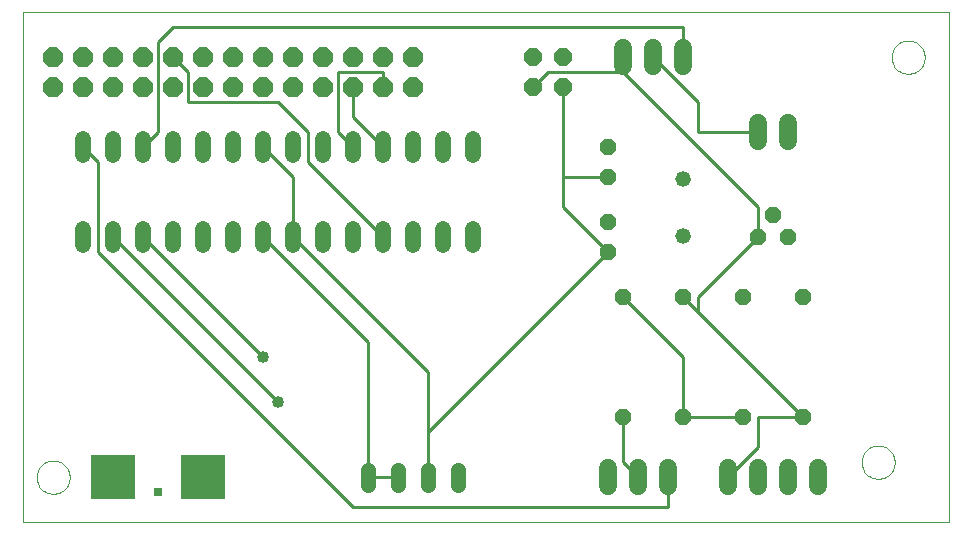
<source format=gtl>
G75*
%MOIN*%
%OFA0B0*%
%FSLAX24Y24*%
%IPPOS*%
%LPD*%
%AMOC8*
5,1,8,0,0,1.08239X$1,22.5*
%
%ADD10C,0.0000*%
%ADD11C,0.0520*%
%ADD12OC8,0.0660*%
%ADD13C,0.0520*%
%ADD14OC8,0.0520*%
%ADD15C,0.0600*%
%ADD16OC8,0.0600*%
%ADD17C,0.0515*%
%ADD18R,0.1500X0.1500*%
%ADD19R,0.0300X0.0300*%
%ADD20C,0.0100*%
%ADD21C,0.0400*%
D10*
X000100Y000100D02*
X000100Y017096D01*
X030970Y017096D01*
X030970Y000100D01*
X000100Y000100D01*
X000549Y001600D02*
X000551Y001647D01*
X000557Y001693D01*
X000567Y001739D01*
X000580Y001784D01*
X000598Y001827D01*
X000619Y001869D01*
X000643Y001909D01*
X000671Y001946D01*
X000702Y001981D01*
X000736Y002014D01*
X000772Y002043D01*
X000811Y002069D01*
X000852Y002092D01*
X000895Y002111D01*
X000939Y002127D01*
X000984Y002139D01*
X001030Y002147D01*
X001077Y002151D01*
X001123Y002151D01*
X001170Y002147D01*
X001216Y002139D01*
X001261Y002127D01*
X001305Y002111D01*
X001348Y002092D01*
X001389Y002069D01*
X001428Y002043D01*
X001464Y002014D01*
X001498Y001981D01*
X001529Y001946D01*
X001557Y001909D01*
X001581Y001869D01*
X001602Y001827D01*
X001620Y001784D01*
X001633Y001739D01*
X001643Y001693D01*
X001649Y001647D01*
X001651Y001600D01*
X001649Y001553D01*
X001643Y001507D01*
X001633Y001461D01*
X001620Y001416D01*
X001602Y001373D01*
X001581Y001331D01*
X001557Y001291D01*
X001529Y001254D01*
X001498Y001219D01*
X001464Y001186D01*
X001428Y001157D01*
X001389Y001131D01*
X001348Y001108D01*
X001305Y001089D01*
X001261Y001073D01*
X001216Y001061D01*
X001170Y001053D01*
X001123Y001049D01*
X001077Y001049D01*
X001030Y001053D01*
X000984Y001061D01*
X000939Y001073D01*
X000895Y001089D01*
X000852Y001108D01*
X000811Y001131D01*
X000772Y001157D01*
X000736Y001186D01*
X000702Y001219D01*
X000671Y001254D01*
X000643Y001291D01*
X000619Y001331D01*
X000598Y001373D01*
X000580Y001416D01*
X000567Y001461D01*
X000557Y001507D01*
X000551Y001553D01*
X000549Y001600D01*
X028049Y002100D02*
X028051Y002147D01*
X028057Y002193D01*
X028067Y002239D01*
X028080Y002284D01*
X028098Y002327D01*
X028119Y002369D01*
X028143Y002409D01*
X028171Y002446D01*
X028202Y002481D01*
X028236Y002514D01*
X028272Y002543D01*
X028311Y002569D01*
X028352Y002592D01*
X028395Y002611D01*
X028439Y002627D01*
X028484Y002639D01*
X028530Y002647D01*
X028577Y002651D01*
X028623Y002651D01*
X028670Y002647D01*
X028716Y002639D01*
X028761Y002627D01*
X028805Y002611D01*
X028848Y002592D01*
X028889Y002569D01*
X028928Y002543D01*
X028964Y002514D01*
X028998Y002481D01*
X029029Y002446D01*
X029057Y002409D01*
X029081Y002369D01*
X029102Y002327D01*
X029120Y002284D01*
X029133Y002239D01*
X029143Y002193D01*
X029149Y002147D01*
X029151Y002100D01*
X029149Y002053D01*
X029143Y002007D01*
X029133Y001961D01*
X029120Y001916D01*
X029102Y001873D01*
X029081Y001831D01*
X029057Y001791D01*
X029029Y001754D01*
X028998Y001719D01*
X028964Y001686D01*
X028928Y001657D01*
X028889Y001631D01*
X028848Y001608D01*
X028805Y001589D01*
X028761Y001573D01*
X028716Y001561D01*
X028670Y001553D01*
X028623Y001549D01*
X028577Y001549D01*
X028530Y001553D01*
X028484Y001561D01*
X028439Y001573D01*
X028395Y001589D01*
X028352Y001608D01*
X028311Y001631D01*
X028272Y001657D01*
X028236Y001686D01*
X028202Y001719D01*
X028171Y001754D01*
X028143Y001791D01*
X028119Y001831D01*
X028098Y001873D01*
X028080Y001916D01*
X028067Y001961D01*
X028057Y002007D01*
X028051Y002053D01*
X028049Y002100D01*
X029049Y015600D02*
X029051Y015647D01*
X029057Y015693D01*
X029067Y015739D01*
X029080Y015784D01*
X029098Y015827D01*
X029119Y015869D01*
X029143Y015909D01*
X029171Y015946D01*
X029202Y015981D01*
X029236Y016014D01*
X029272Y016043D01*
X029311Y016069D01*
X029352Y016092D01*
X029395Y016111D01*
X029439Y016127D01*
X029484Y016139D01*
X029530Y016147D01*
X029577Y016151D01*
X029623Y016151D01*
X029670Y016147D01*
X029716Y016139D01*
X029761Y016127D01*
X029805Y016111D01*
X029848Y016092D01*
X029889Y016069D01*
X029928Y016043D01*
X029964Y016014D01*
X029998Y015981D01*
X030029Y015946D01*
X030057Y015909D01*
X030081Y015869D01*
X030102Y015827D01*
X030120Y015784D01*
X030133Y015739D01*
X030143Y015693D01*
X030149Y015647D01*
X030151Y015600D01*
X030149Y015553D01*
X030143Y015507D01*
X030133Y015461D01*
X030120Y015416D01*
X030102Y015373D01*
X030081Y015331D01*
X030057Y015291D01*
X030029Y015254D01*
X029998Y015219D01*
X029964Y015186D01*
X029928Y015157D01*
X029889Y015131D01*
X029848Y015108D01*
X029805Y015089D01*
X029761Y015073D01*
X029716Y015061D01*
X029670Y015053D01*
X029623Y015049D01*
X029577Y015049D01*
X029530Y015053D01*
X029484Y015061D01*
X029439Y015073D01*
X029395Y015089D01*
X029352Y015108D01*
X029311Y015131D01*
X029272Y015157D01*
X029236Y015186D01*
X029202Y015219D01*
X029171Y015254D01*
X029143Y015291D01*
X029119Y015331D01*
X029098Y015373D01*
X029080Y015416D01*
X029067Y015461D01*
X029057Y015507D01*
X029051Y015553D01*
X029049Y015600D01*
D11*
X015100Y012860D02*
X015100Y012340D01*
X014100Y012340D02*
X014100Y012860D01*
X013100Y012860D02*
X013100Y012340D01*
X012100Y012340D02*
X012100Y012860D01*
X011100Y012860D02*
X011100Y012340D01*
X010100Y012340D02*
X010100Y012860D01*
X009100Y012860D02*
X009100Y012340D01*
X008100Y012340D02*
X008100Y012860D01*
X007100Y012860D02*
X007100Y012340D01*
X006100Y012340D02*
X006100Y012860D01*
X005100Y012860D02*
X005100Y012340D01*
X004100Y012340D02*
X004100Y012860D01*
X003100Y012860D02*
X003100Y012340D01*
X002100Y012340D02*
X002100Y012860D01*
X002100Y009860D02*
X002100Y009340D01*
X003100Y009340D02*
X003100Y009860D01*
X004100Y009860D02*
X004100Y009340D01*
X005100Y009340D02*
X005100Y009860D01*
X006100Y009860D02*
X006100Y009340D01*
X007100Y009340D02*
X007100Y009860D01*
X008100Y009860D02*
X008100Y009340D01*
X009100Y009340D02*
X009100Y009860D01*
X010100Y009860D02*
X010100Y009340D01*
X011100Y009340D02*
X011100Y009860D01*
X012100Y009860D02*
X012100Y009340D01*
X013100Y009340D02*
X013100Y009860D01*
X014100Y009860D02*
X014100Y009340D01*
X015100Y009340D02*
X015100Y009860D01*
D12*
X013100Y014600D03*
X012100Y014600D03*
X011100Y014600D03*
X010100Y014600D03*
X009100Y014600D03*
X008100Y014600D03*
X007100Y014600D03*
X006100Y014600D03*
X005100Y014600D03*
X004100Y014600D03*
X003100Y014600D03*
X002100Y014600D03*
X001100Y014600D03*
X001100Y015600D03*
X002100Y015600D03*
X003100Y015600D03*
X004100Y015600D03*
X005100Y015600D03*
X006100Y015600D03*
X007100Y015600D03*
X008100Y015600D03*
X009100Y015600D03*
X010100Y015600D03*
X011100Y015600D03*
X012100Y015600D03*
X013100Y015600D03*
D13*
X022100Y011550D03*
X022100Y009650D03*
D14*
X024600Y009600D03*
X025600Y009600D03*
X025100Y010350D03*
X024100Y007600D03*
X022100Y007600D03*
X020100Y007600D03*
X019600Y009100D03*
X019600Y010100D03*
X019600Y011600D03*
X019600Y012600D03*
X026100Y007600D03*
X026100Y003600D03*
X024100Y003600D03*
X022100Y003600D03*
X020100Y003600D03*
D15*
X019600Y001900D02*
X019600Y001300D01*
X020600Y001300D02*
X020600Y001900D01*
X021600Y001900D02*
X021600Y001300D01*
X023600Y001300D02*
X023600Y001900D01*
X024600Y001900D02*
X024600Y001300D01*
X025600Y001300D02*
X025600Y001900D01*
X026600Y001900D02*
X026600Y001300D01*
X025600Y012800D02*
X025600Y013400D01*
X024600Y013400D02*
X024600Y012800D01*
X022100Y015300D02*
X022100Y015900D01*
X021100Y015900D02*
X021100Y015300D01*
X020100Y015300D02*
X020100Y015900D01*
D16*
X018100Y015600D03*
X017100Y015600D03*
X017100Y014600D03*
X018100Y014600D03*
D17*
X014600Y001857D02*
X014600Y001343D01*
X013600Y001343D02*
X013600Y001857D01*
X012600Y001857D02*
X012600Y001343D01*
X011600Y001343D02*
X011600Y001857D01*
D18*
X006100Y001600D03*
X003100Y001600D03*
D19*
X004600Y001100D03*
D20*
X008600Y004100D02*
X003100Y009600D01*
X002600Y009100D02*
X011100Y000600D01*
X021600Y000600D01*
X021600Y001600D01*
X020600Y001600D02*
X020100Y002100D01*
X020100Y003600D01*
X022100Y003600D02*
X022100Y005600D01*
X020100Y007600D01*
X022100Y007600D02*
X022600Y007100D01*
X022600Y007600D01*
X024600Y009600D01*
X024600Y010600D01*
X020100Y015100D01*
X020100Y015600D01*
X020100Y015100D02*
X017600Y015100D01*
X017100Y014600D01*
X018100Y014600D02*
X018100Y011600D01*
X019600Y011600D01*
X018100Y011600D02*
X018100Y010600D01*
X019600Y009100D01*
X013600Y003100D01*
X013600Y005100D01*
X009100Y009600D01*
X009100Y011600D01*
X008100Y012600D01*
X009600Y013100D02*
X009600Y012100D01*
X012100Y009600D01*
X011600Y006100D02*
X008100Y009600D01*
X008100Y005600D02*
X004100Y009600D01*
X002600Y009100D02*
X002600Y012100D01*
X002100Y012600D01*
X004100Y012600D02*
X004600Y013100D01*
X004600Y016100D01*
X005100Y016600D01*
X022100Y016600D01*
X022100Y015600D01*
X021100Y015600D02*
X022600Y014100D01*
X022600Y013100D01*
X024600Y013100D01*
X022600Y007100D02*
X026100Y003600D01*
X024600Y003600D01*
X024600Y002600D01*
X023600Y001600D01*
X024100Y003600D02*
X022100Y003600D01*
X013600Y003100D02*
X013600Y001600D01*
X012600Y001600D02*
X011600Y001600D01*
X011600Y006100D01*
X011100Y012600D02*
X010600Y013100D01*
X010600Y015100D01*
X012100Y015100D01*
X012100Y014600D01*
X011100Y014600D02*
X011100Y013600D01*
X012100Y012600D01*
X009600Y013100D02*
X008600Y014100D01*
X005600Y014100D01*
X005600Y015100D01*
X005100Y015600D01*
D21*
X008100Y005600D03*
X008600Y004100D03*
M02*

</source>
